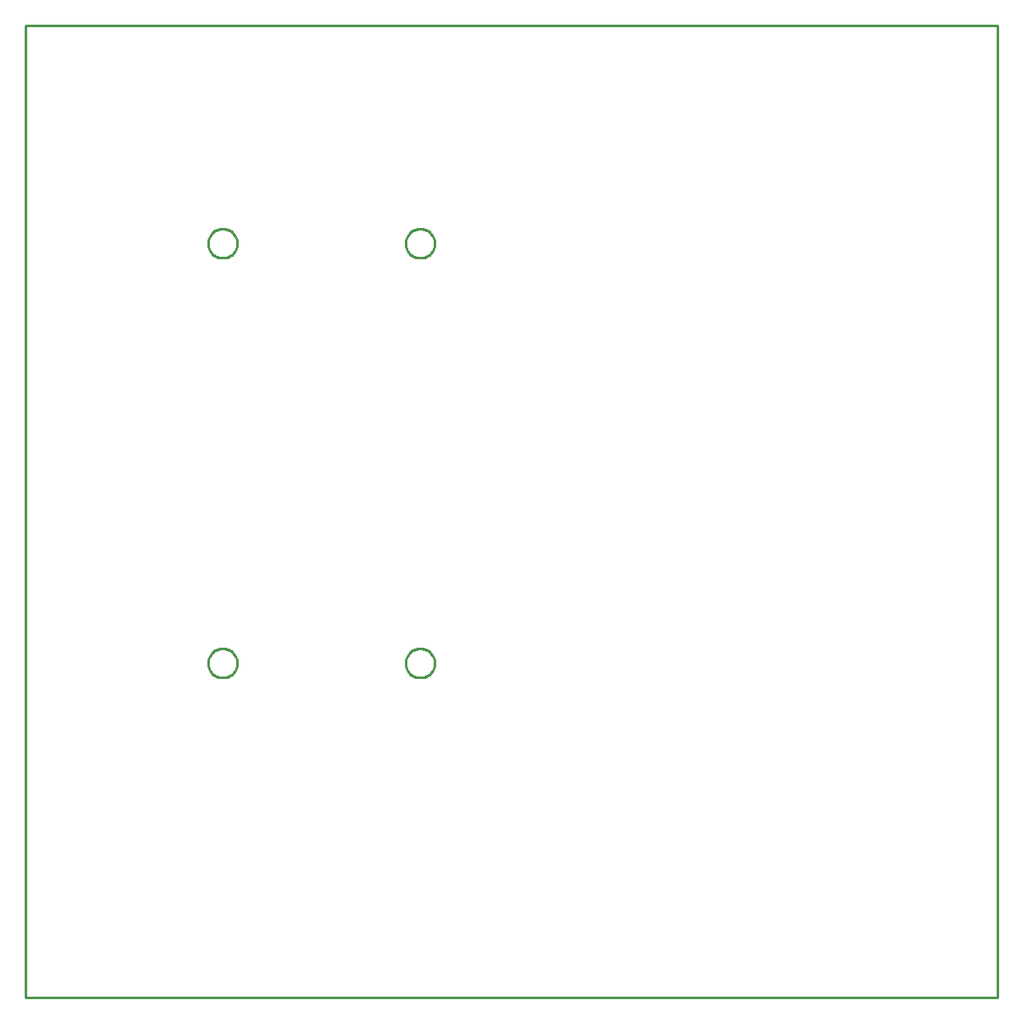
<source format=gbr>
G04 EAGLE Gerber RS-274X export*
G75*
%MOMM*%
%FSLAX34Y34*%
%LPD*%
%IN*%
%IPPOS*%
%AMOC8*
5,1,8,0,0,1.08239X$1,22.5*%
G01*
%ADD10C,0.254000*%


D10*
X0Y0D02*
X1000000Y0D01*
X1000000Y1000000D01*
X0Y1000000D01*
X0Y0D01*
X187630Y344415D02*
X187706Y345484D01*
X187859Y346544D01*
X188087Y347591D01*
X188388Y348619D01*
X188763Y349623D01*
X189208Y350598D01*
X189721Y351538D01*
X190301Y352439D01*
X190943Y353297D01*
X191644Y354107D01*
X192402Y354864D01*
X193212Y355566D01*
X194070Y356208D01*
X194971Y356788D01*
X195911Y357301D01*
X196886Y357746D01*
X197890Y358121D01*
X198918Y358422D01*
X199965Y358650D01*
X201025Y358803D01*
X202094Y358879D01*
X203166Y358879D01*
X204234Y358803D01*
X205295Y358650D01*
X206342Y358422D01*
X207370Y358121D01*
X208374Y357746D01*
X209348Y357301D01*
X210289Y356788D01*
X211190Y356208D01*
X212048Y355566D01*
X212858Y354864D01*
X213615Y354107D01*
X214317Y353297D01*
X214959Y352439D01*
X215538Y351538D01*
X216052Y350598D01*
X216497Y349623D01*
X216871Y348619D01*
X217173Y347591D01*
X217401Y346544D01*
X217553Y345484D01*
X217630Y344415D01*
X217630Y343343D01*
X217553Y342275D01*
X217401Y341214D01*
X217173Y340167D01*
X216871Y339139D01*
X216497Y338135D01*
X216052Y337161D01*
X215538Y336220D01*
X214959Y335319D01*
X214317Y334461D01*
X213615Y333651D01*
X212858Y332894D01*
X212048Y332192D01*
X211190Y331550D01*
X210289Y330971D01*
X209348Y330457D01*
X208374Y330012D01*
X207370Y329638D01*
X206342Y329336D01*
X205295Y329108D01*
X204234Y328956D01*
X203166Y328879D01*
X202094Y328879D01*
X201025Y328956D01*
X199965Y329108D01*
X198918Y329336D01*
X197890Y329638D01*
X196886Y330012D01*
X195911Y330457D01*
X194971Y330971D01*
X194070Y331550D01*
X193212Y332192D01*
X192402Y332894D01*
X191644Y333651D01*
X190943Y334461D01*
X190301Y335319D01*
X189721Y336220D01*
X189208Y337161D01*
X188763Y338135D01*
X188388Y339139D01*
X188087Y340167D01*
X187859Y341214D01*
X187706Y342275D01*
X187630Y343343D01*
X187630Y344415D01*
X187630Y776215D02*
X187706Y777284D01*
X187859Y778344D01*
X188087Y779391D01*
X188388Y780419D01*
X188763Y781423D01*
X189208Y782398D01*
X189721Y783338D01*
X190301Y784239D01*
X190943Y785097D01*
X191644Y785907D01*
X192402Y786664D01*
X193212Y787366D01*
X194070Y788008D01*
X194971Y788588D01*
X195911Y789101D01*
X196886Y789546D01*
X197890Y789921D01*
X198918Y790222D01*
X199965Y790450D01*
X201025Y790603D01*
X202094Y790679D01*
X203166Y790679D01*
X204234Y790603D01*
X205295Y790450D01*
X206342Y790222D01*
X207370Y789921D01*
X208374Y789546D01*
X209348Y789101D01*
X210289Y788588D01*
X211190Y788008D01*
X212048Y787366D01*
X212858Y786664D01*
X213615Y785907D01*
X214317Y785097D01*
X214959Y784239D01*
X215538Y783338D01*
X216052Y782398D01*
X216497Y781423D01*
X216871Y780419D01*
X217173Y779391D01*
X217401Y778344D01*
X217553Y777284D01*
X217630Y776215D01*
X217630Y775143D01*
X217553Y774075D01*
X217401Y773014D01*
X217173Y771967D01*
X216871Y770939D01*
X216497Y769935D01*
X216052Y768961D01*
X215538Y768020D01*
X214959Y767119D01*
X214317Y766261D01*
X213615Y765451D01*
X212858Y764694D01*
X212048Y763992D01*
X211190Y763350D01*
X210289Y762771D01*
X209348Y762257D01*
X208374Y761812D01*
X207370Y761438D01*
X206342Y761136D01*
X205295Y760908D01*
X204234Y760756D01*
X203166Y760679D01*
X202094Y760679D01*
X201025Y760756D01*
X199965Y760908D01*
X198918Y761136D01*
X197890Y761438D01*
X196886Y761812D01*
X195911Y762257D01*
X194971Y762771D01*
X194070Y763350D01*
X193212Y763992D01*
X192402Y764694D01*
X191644Y765451D01*
X190943Y766261D01*
X190301Y767119D01*
X189721Y768020D01*
X189208Y768961D01*
X188763Y769935D01*
X188388Y770939D01*
X188087Y771967D01*
X187859Y773014D01*
X187706Y774075D01*
X187630Y775143D01*
X187630Y776215D01*
X390830Y776215D02*
X390906Y777284D01*
X391059Y778344D01*
X391287Y779391D01*
X391588Y780419D01*
X391963Y781423D01*
X392408Y782398D01*
X392921Y783338D01*
X393501Y784239D01*
X394143Y785097D01*
X394844Y785907D01*
X395602Y786664D01*
X396412Y787366D01*
X397270Y788008D01*
X398171Y788588D01*
X399111Y789101D01*
X400086Y789546D01*
X401090Y789921D01*
X402118Y790222D01*
X403165Y790450D01*
X404225Y790603D01*
X405294Y790679D01*
X406366Y790679D01*
X407434Y790603D01*
X408495Y790450D01*
X409542Y790222D01*
X410570Y789921D01*
X411574Y789546D01*
X412548Y789101D01*
X413489Y788588D01*
X414390Y788008D01*
X415248Y787366D01*
X416058Y786664D01*
X416815Y785907D01*
X417517Y785097D01*
X418159Y784239D01*
X418738Y783338D01*
X419252Y782398D01*
X419697Y781423D01*
X420071Y780419D01*
X420373Y779391D01*
X420601Y778344D01*
X420753Y777284D01*
X420830Y776215D01*
X420830Y775143D01*
X420753Y774075D01*
X420601Y773014D01*
X420373Y771967D01*
X420071Y770939D01*
X419697Y769935D01*
X419252Y768961D01*
X418738Y768020D01*
X418159Y767119D01*
X417517Y766261D01*
X416815Y765451D01*
X416058Y764694D01*
X415248Y763992D01*
X414390Y763350D01*
X413489Y762771D01*
X412548Y762257D01*
X411574Y761812D01*
X410570Y761438D01*
X409542Y761136D01*
X408495Y760908D01*
X407434Y760756D01*
X406366Y760679D01*
X405294Y760679D01*
X404225Y760756D01*
X403165Y760908D01*
X402118Y761136D01*
X401090Y761438D01*
X400086Y761812D01*
X399111Y762257D01*
X398171Y762771D01*
X397270Y763350D01*
X396412Y763992D01*
X395602Y764694D01*
X394844Y765451D01*
X394143Y766261D01*
X393501Y767119D01*
X392921Y768020D01*
X392408Y768961D01*
X391963Y769935D01*
X391588Y770939D01*
X391287Y771967D01*
X391059Y773014D01*
X390906Y774075D01*
X390830Y775143D01*
X390830Y776215D01*
X390830Y344415D02*
X390906Y345484D01*
X391059Y346544D01*
X391287Y347591D01*
X391588Y348619D01*
X391963Y349623D01*
X392408Y350598D01*
X392921Y351538D01*
X393501Y352439D01*
X394143Y353297D01*
X394844Y354107D01*
X395602Y354864D01*
X396412Y355566D01*
X397270Y356208D01*
X398171Y356788D01*
X399111Y357301D01*
X400086Y357746D01*
X401090Y358121D01*
X402118Y358422D01*
X403165Y358650D01*
X404225Y358803D01*
X405294Y358879D01*
X406366Y358879D01*
X407434Y358803D01*
X408495Y358650D01*
X409542Y358422D01*
X410570Y358121D01*
X411574Y357746D01*
X412548Y357301D01*
X413489Y356788D01*
X414390Y356208D01*
X415248Y355566D01*
X416058Y354864D01*
X416815Y354107D01*
X417517Y353297D01*
X418159Y352439D01*
X418738Y351538D01*
X419252Y350598D01*
X419697Y349623D01*
X420071Y348619D01*
X420373Y347591D01*
X420601Y346544D01*
X420753Y345484D01*
X420830Y344415D01*
X420830Y343343D01*
X420753Y342275D01*
X420601Y341214D01*
X420373Y340167D01*
X420071Y339139D01*
X419697Y338135D01*
X419252Y337161D01*
X418738Y336220D01*
X418159Y335319D01*
X417517Y334461D01*
X416815Y333651D01*
X416058Y332894D01*
X415248Y332192D01*
X414390Y331550D01*
X413489Y330971D01*
X412548Y330457D01*
X411574Y330012D01*
X410570Y329638D01*
X409542Y329336D01*
X408495Y329108D01*
X407434Y328956D01*
X406366Y328879D01*
X405294Y328879D01*
X404225Y328956D01*
X403165Y329108D01*
X402118Y329336D01*
X401090Y329638D01*
X400086Y330012D01*
X399111Y330457D01*
X398171Y330971D01*
X397270Y331550D01*
X396412Y332192D01*
X395602Y332894D01*
X394844Y333651D01*
X394143Y334461D01*
X393501Y335319D01*
X392921Y336220D01*
X392408Y337161D01*
X391963Y338135D01*
X391588Y339139D01*
X391287Y340167D01*
X391059Y341214D01*
X390906Y342275D01*
X390830Y343343D01*
X390830Y344415D01*
M02*

</source>
